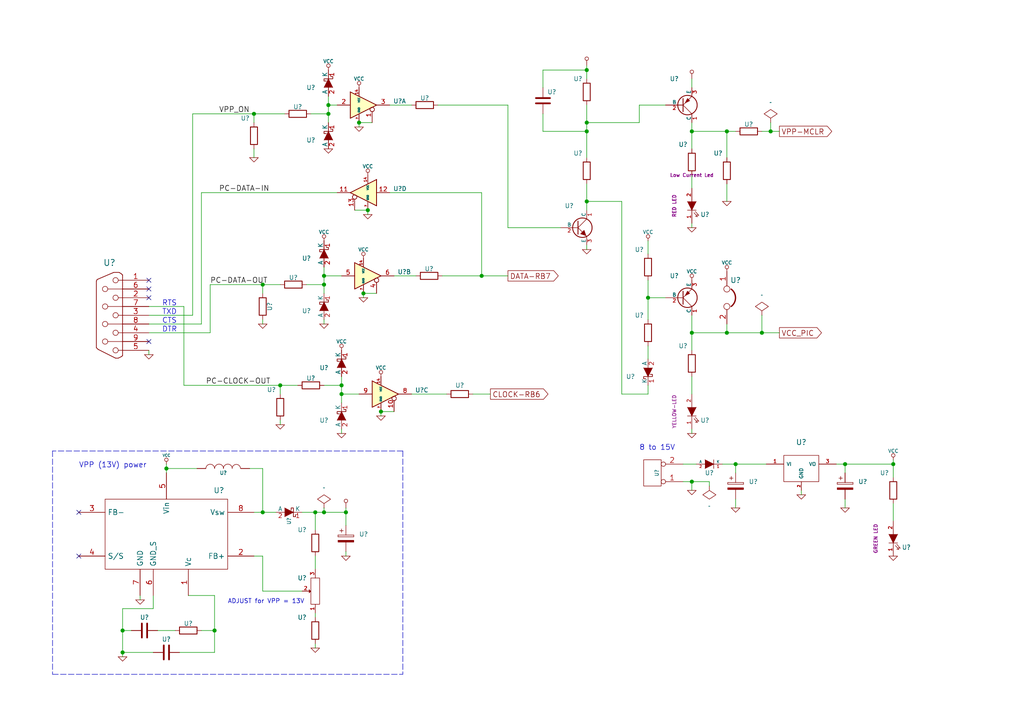
<source format=kicad_sch>
(kicad_sch (version 20220822) (generator eeschema)
  (paper "A4")
  (title_block (title "JDM - COM84 PIC Programmer with 13V DC/DC converter") (date "Sun 22 Mar 2015") (rev "2") (company "KiCad"))
  (lib_symbols
    (symbol "flat_hierarchy_schlib:74LS125" (pin_names (offset 0.254))
      (property "Reference" "U" (at 5.08 3.81 0))
      (property "Value" "74LS125" (at 7.62 -2.54 0))
      (symbol "74LS125_0_0"
        (pin power_in line (at -1.27 5.08 270) (length 2.54) (name "VCC") (number "14"))
        (pin power_in line (at -1.27 -5.08 90) (length 2.54) (name "GND") (number "7"))
      )
      (symbol "74LS125_1_0"
        (polyline (pts (xy -3.81 3.81) (xy -3.81 -3.81) (xy 3.81 0) (xy -3.81 3.81)) (stroke (width 0.254)) (fill (type background)))
        (pin input inverted (at 2.54 -5.08 90) (length 4.445) (name "~") (number "1"))
        (pin input line (at -7.62 0 0) (length 3.81) (name "~") (number "2"))
        (pin tri_state line (at 7.62 0 180) (length 3.81) (name "~") (number "3"))
      )
      (symbol "74LS125_2_0"
        (polyline (pts (xy -3.81 3.81) (xy -3.81 -3.81) (xy 3.81 0) (xy -3.81 3.81)) (stroke (width 0.254)) (fill (type background)))
        (pin input inverted (at 2.54 -5.08 90) (length 4.445) (name "~") (number "4"))
        (pin input line (at -7.62 0 0) (length 3.81) (name "~") (number "5"))
        (pin tri_state line (at 7.62 0 180) (length 3.81) (name "~") (number "6"))
      )
      (symbol "74LS125_3_0"
        (polyline (pts (xy -3.81 3.81) (xy -3.81 -3.81) (xy 3.81 0) (xy -3.81 3.81)) (stroke (width 0.254)) (fill (type background)))
        (pin input inverted (at 2.54 -5.08 90) (length 4.445) (name "~") (number "10"))
        (pin tri_state line (at 7.62 0 180) (length 3.81) (name "~") (number "8"))
        (pin input line (at -7.62 0 0) (length 3.81) (name "~") (number "9"))
      )
      (symbol "74LS125_4_0"
        (polyline (pts (xy -3.81 3.81) (xy -3.81 -3.81) (xy 3.81 0) (xy -3.81 3.81)) (stroke (width 0.254)) (fill (type background)))
        (pin tri_state line (at 7.62 0 180) (length 3.81) (name "~") (number "11"))
        (pin input line (at -7.62 0 0) (length 3.81) (name "~") (number "12"))
        (pin input inverted (at 2.54 -5.08 90) (length 4.445) (name "~") (number "13"))
      )
    )
    (symbol "flat_hierarchy_schlib:7805" (pin_names (offset 0.762))
      (property "Reference" "U" (at 3.81 -4.9784 0))
      (property "Value" "7805" (at 0 5.08 0))
      (symbol "7805_0_1"
        (rectangle (start -5.08 -3.81) (end 5.08 3.81))
      )
      (symbol "7805_1_1"
        (pin input line (at -10.16 1.27 0) (length 5.08) (name "VI") (number "1"))
        (pin input line (at 0 -6.35 90) (length 2.54) (name "GND") (number "2"))
        (pin power_out line (at 10.16 1.27 180) (length 5.08) (name "VO") (number "3"))
      )
    )
    (symbol "flat_hierarchy_schlib:BC237" (pin_names (offset 0))
      (property "Reference" "Q" (at 0 -3.81 0))
      (property "Value" "BC237" (at 0 3.81 0))
      (property "Footprint" "Package_TO_SOT_THT:TO-92" (at -2.54 -5.08 0))
      (symbol "BC237_0_1"
        (polyline (pts (xy 0 0) (xy 2.54 2.54)))
        (polyline (pts (xy 0 1.905) (xy 0 -1.905) (xy 0 -1.905)) (stroke (width 0.254)))
        (polyline (pts (xy 1.27 -1.27) (xy 0 0) (xy 0 0)))
        (polyline (pts (xy 2.286 -2.286) (xy 2.54 -2.54) (xy 2.54 -2.54)))
        (polyline (pts (xy 2.286 -2.286) (xy 1.778 -0.762) (xy 0.762 -1.778) (xy 2.286 -2.286) (xy 2.286 -2.286)) (fill (type outline)))
        (circle (center 1.27 0) (radius 2.8194) (stroke (width 0.254)))
      )
      (symbol "BC237_1_1"
        (pin passive line (at 2.54 5.08 270) (length 2.54) (name "C") (number "1"))
        (pin input line (at -5.08 0 0) (length 5.08) (name "B") (number "2"))
        (pin passive line (at 2.54 -5.08 90) (length 2.54) (name "E") (number "3"))
      )
    )
    (symbol "flat_hierarchy_schlib:BC307" (pin_names (offset 0))
      (property "Reference" "Q" (at 0 -3.81 0))
      (property "Value" "BC307" (at 0 3.81 0))
      (property "Footprint" "Package_TO_SOT_THT:TO-92" (at -2.54 -5.08 0))
      (symbol "BC307_0_1"
        (polyline (pts (xy 0 0) (xy 2.54 2.54)))
        (polyline (pts (xy 0 1.905) (xy 0 -1.905) (xy 0 -1.905)) (stroke (width 0.254)) (fill (type outline)))
        (polyline (pts (xy 0.635 -0.635) (xy 0 0) (xy 0 0)))
        (polyline (pts (xy 2.54 -2.54) (xy 1.651 -1.651) (xy 1.651 -1.651)))
        (polyline (pts (xy 0.635 -0.635) (xy 1.27 -1.905) (xy 1.905 -1.27) (xy 0.635 -0.635) (xy 0.635 -0.635)) (fill (type outline)))
        (circle (center 1.27 0) (radius 2.8194) (stroke (width 0.254)))
      )
      (symbol "BC307_1_1"
        (pin passive line (at 2.54 5.08 270) (length 2.54) (name "C") (number "1"))
        (pin input line (at -5.08 0 0) (length 5.08) (name "B") (number "2"))
        (pin passive line (at 2.54 -5.08 90) (length 2.54) (name "E") (number "3"))
      )
    )
    (symbol "flat_hierarchy_schlib:C" (pin_numbers hide) (pin_names (offset 0.254))
      (property "Reference" "C" (at 0.635 2.54 0))
      (property "Value" "C" (at 0.635 -2.54 0))
      (symbol "C_0_1"
        (polyline (pts (xy -2.032 -0.762) (xy 2.032 -0.762)) (stroke (width 0.508)))
        (polyline (pts (xy -2.032 0.762) (xy 2.032 0.762)) (stroke (width 0.508)))
      )
      (symbol "C_1_1"
        (pin passive line (at 0 3.81 270) (length 2.794) (name "~") (number "1"))
        (pin passive line (at 0 -3.81 90) (length 2.794) (name "~") (number "2"))
      )
    )
    (symbol "flat_hierarchy_schlib:CONN_2" (pin_names (offset 1.016) hide)
      (property "Reference" "P" (at -1.27 0 90))
      (property "Value" "CONN_2" (at 1.27 0 90))
      (symbol "CONN_2_0_1"
        (rectangle (start -2.54 3.81) (end 2.54 -3.81))
      )
      (symbol "CONN_2_1_1"
        (pin passive inverted (at -8.89 2.54 0) (length 6.35) (name "P1") (number "1"))
        (pin passive inverted (at -8.89 -2.54 0) (length 6.35) (name "PM") (number "2"))
      )
    )
    (symbol "flat_hierarchy_schlib:CP" (pin_numbers hide) (pin_names (offset 0.254))
      (property "Reference" "C" (at 0.635 2.54 0))
      (property "Value" "CP" (at 0.635 -2.54 0))
      (symbol "CP_0_1"
        (rectangle (start -2.286 0.508) (end -2.286 1.016))
        (rectangle (start -2.286 0.508) (end 2.286 0.508))
        (rectangle (start -1.778 2.286) (end -0.762 2.286))
        (rectangle (start -1.27 1.778) (end -1.27 2.794))
        (rectangle (start 2.286 -0.508) (end -2.286 -1.016) (fill (type outline)))
        (rectangle (start 2.286 1.016) (end -2.286 1.016))
        (rectangle (start 2.286 1.016) (end 2.286 0.508))
      )
      (symbol "CP_1_1"
        (pin passive line (at 0 3.81 270) (length 2.794) (name "~") (number "1"))
        (pin passive line (at 0 -3.81 90) (length 2.794) (name "~") (number "2"))
      )
    )
    (symbol "flat_hierarchy_schlib:D" (pin_names (offset 0))
      (property "Reference" "D" (at 0 2.54 0))
      (property "Value" "D" (at 0 -2.54 0))
      (symbol "D_0_1"
        (polyline (pts (xy -1.27 1.27) (xy -1.27 -1.27)) (stroke (width 0.1524)))
        (polyline (pts (xy 1.27 1.27) (xy -1.27 0) (xy 1.27 -1.27)) (fill (type outline)))
      )
      (symbol "D_1_1"
        (pin passive line (at -3.81 0 0) (length 2.54) (name "K") (number "1"))
        (pin passive line (at 3.81 0 180) (length 2.54) (name "A") (number "2"))
      )
    )
    (symbol "flat_hierarchy_schlib:DB9" (pin_names (offset 1.016) hide)
      (property "Reference" "J" (at 0 13.97 0))
      (property "Value" "DB9" (at 0 -13.97 0))
      (symbol "DB9_0_1"
        (circle (center -1.778 -10.16) (radius 0.762))
        (circle (center -1.778 -5.08) (radius 0.762))
        (circle (center -1.778 0) (radius 0.762))
        (circle (center -1.778 5.08) (radius 0.762))
        (circle (center -1.778 10.16) (radius 0.762))
        (polyline (pts (xy -3.81 -11.684) (xy -3.81 11.684)) (stroke (width 0.2032)))
        (polyline (pts (xy -3.81 -11.6586) (xy -3.556 -11.938)) (stroke (width 0.2032)))
        (polyline (pts (xy -3.81 -10.16) (xy -2.54 -10.16)))
        (polyline (pts (xy -3.81 -7.62) (xy 0.508 -7.62)))
        (polyline (pts (xy -3.81 -5.08) (xy -2.54 -5.08)))
        (polyline (pts (xy -3.81 -2.54) (xy 0.508 -2.54)))
        (polyline (pts (xy -3.81 0) (xy -2.54 0)))
        (polyline (pts (xy -3.81 2.54) (xy 0.508 2.54)))
        (polyline (pts (xy -3.81 5.08) (xy -2.54 5.08)))
        (polyline (pts (xy -3.81 7.62) (xy 0.508 7.62)))
        (polyline (pts (xy -3.81 10.16) (xy -2.54 10.16)))
        (polyline (pts (xy -3.556 -11.938) (xy -2.794 -12.446)) (stroke (width 0.2032)))
        (polyline (pts (xy -3.556 11.938) (xy -3.81 11.684)) (stroke (width 0.2032)))
        (polyline (pts (xy -3.556 11.938) (xy -2.54 12.446)) (stroke (width 0.2032)))
        (polyline (pts (xy -2.794 -12.446) (xy -1.27 -12.446)) (stroke (width 0.2032)))
        (polyline (pts (xy -2.54 12.446) (xy -1.778 12.446)) (stroke (width 0.2032)))
        (polyline (pts (xy 3.2766 9.906) (xy -1.778 12.446)) (stroke (width 0.2032)))
        (polyline (pts (xy 3.2766 9.906) (xy 3.81 9.398)) (stroke (width 0.2032)))
        (polyline (pts (xy 3.556 -10.3886) (xy -1.27 -12.446)) (stroke (width 0.2032)))
        (polyline (pts (xy 3.81 -9.906) (xy 3.556 -10.3886)) (stroke (width 0.2032)))
        (polyline (pts (xy 3.81 9.398) (xy 3.81 -9.906)) (stroke (width 0.2032)))
        (circle (center 1.27 -7.62) (radius 0.762))
        (circle (center 1.27 -2.54) (radius 0.762))
        (circle (center 1.27 2.54) (radius 0.762))
        (circle (center 1.27 7.62) (radius 0.762))
      )
      (symbol "DB9_1_1"
        (pin passive line (at -11.43 -10.16 0) (length 7.62) (name "1") (number "1"))
        (pin passive line (at -11.43 -5.08 0) (length 7.62) (name "2") (number "2"))
        (pin passive line (at -11.43 0 0) (length 7.62) (name "3") (number "3"))
        (pin passive line (at -11.43 5.08 0) (length 7.62) (name "4") (number "4"))
        (pin passive line (at -11.43 10.16 0) (length 7.62) (name "5") (number "5"))
        (pin passive line (at -11.43 -7.62 0) (length 7.62) (name "P6") (number "6"))
        (pin passive line (at -11.43 -2.54 0) (length 7.62) (name "P7") (number "7"))
        (pin passive line (at -11.43 2.54 0) (length 7.62) (name "P8") (number "8"))
        (pin passive line (at -11.43 7.62 0) (length 7.62) (name "P9") (number "9"))
      )
    )
    (symbol "flat_hierarchy_schlib:D_Schottky" (pin_names (offset 0))
      (property "Reference" "D" (at 0 2.54 0))
      (property "Value" "D_Schottky" (at 0 -2.54 0))
      (symbol "D_Schottky_0_1"
        (polyline (pts (xy 1.27 1.27) (xy -1.27 0) (xy 1.27 -1.27)) (fill (type outline)))
        (polyline (pts (xy -1.905 0.635) (xy -1.905 1.27) (xy -1.27 1.27) (xy -1.27 -1.27) (xy -0.635 -1.27) (xy -0.635 -0.635)) (stroke (width 0.2032)))
      )
      (symbol "D_Schottky_1_1"
        (pin passive line (at -3.81 0 0) (length 2.54) (name "K") (number "1"))
        (pin passive line (at 3.81 0 180) (length 2.54) (name "A") (number "2"))
      )
    )
    (symbol "flat_hierarchy_schlib:GND" (power) (pin_names (offset 0))
      (symbol "GND_0_1"
        (polyline (pts (xy -1.27 0) (xy 0 -1.27) (xy 1.27 0) (xy -1.27 0)))
      )
      (symbol "GND_1_1"
        (pin power_in line (at 0 0 90) (length 0) hide (name "GND") (number "1"))
      )
    )
    (symbol "flat_hierarchy_schlib:INDUCTOR" (pin_numbers hide) (pin_names (offset 1.016) hide)
      (property "Reference" "L" (at -1.27 0 90))
      (property "Value" "INDUCTOR" (at 2.54 0 90))
      (symbol "INDUCTOR_0_1"
        (arc (start 0.0254 -5.0546) (mid 1.245 -3.7973) (end 0.0254 -2.54))
        (arc (start 0.0254 -2.5146) (mid 1.2704 -1.2319) (end 0.0254 0.0508))
        (arc (start 0.0254 0.0254) (mid 1.2704 1.3081) (end 0.0254 2.5908))
        (arc (start 0.0254 2.5654) (mid 1.1942 3.7719) (end 0.0254 4.9784))
      )
      (symbol "INDUCTOR_1_1"
        (pin passive line (at 0 7.62 270) (length 2.54) (name "1") (number "1"))
        (pin passive line (at 0 -7.62 90) (length 2.54) (name "2") (number "2"))
      )
    )
    (symbol "flat_hierarchy_schlib:JUMPER" (pin_names (offset 0.762) hide)
      (property "Reference" "JP" (at 0 3.81 0))
      (property "Value" "JUMPER" (at 0 -2.032 0))
      (symbol "JUMPER_0_1"
        (circle (center -2.54 0) (radius 0.889))
        (arc (start 2.5146 1.27) (mid 0.0127 2.5097) (end -2.4892 1.27) (stroke (width 0.381)))
        (circle (center 2.54 0) (radius 0.889))
        (pin passive line (at -7.62 0 0) (length 4.191) (name "1") (number "1"))
        (pin passive line (at 7.62 0 180) (length 4.191) (name "2") (number "2"))
      )
    )
    (symbol "flat_hierarchy_schlib:LED" (pin_names (offset 1.016) hide)
      (property "Reference" "D" (at 0 2.54 0))
      (property "Value" "LED" (at 0 -2.54 0))
      (symbol "LED_0_1"
        (polyline (pts (xy -1.27 1.27) (xy -1.27 -1.27)))
        (polyline (pts (xy -2.032 -0.635) (xy -3.175 -1.651) (xy -3.048 -1.016)))
        (polyline (pts (xy -1.651 -1.016) (xy -2.794 -2.032) (xy -2.667 -1.397)))
        (polyline (pts (xy 1.27 1.27) (xy -1.27 0) (xy 1.27 -1.27)) (fill (type outline)))
      )
      (symbol "LED_1_1"
        (pin passive line (at -5.08 0 0) (length 3.81) (name "K") (number "1"))
        (pin passive line (at 5.08 0 180) (length 3.81) (name "A") (number "2"))
      )
    )
    (symbol "flat_hierarchy_schlib:LT1373" (pin_names (offset 0.762))
      (property "Reference" "U" (at 15.24 12.7 0))
      (property "Value" "LT1373" (at -12.7 12.7 0))
      (symbol "LT1373_0_1"
        (rectangle (start -17.78 -10.16) (end 17.78 10.16))
      )
      (symbol "LT1373_1_1"
        (pin input line (at 6.35 -17.78 90) (length 7.62) (name "Vc") (number "1"))
        (pin input line (at 25.4 -6.35 180) (length 7.62) (name "FB+") (number "2"))
        (pin passive line (at -25.4 6.35 0) (length 7.62) (name "FB-") (number "3"))
        (pin passive line (at -25.4 -6.35 0) (length 7.62) (name "S/S") (number "4"))
        (pin power_in line (at 0 17.78 270) (length 7.62) (name "Vin") (number "5"))
        (pin input line (at -3.81 -17.78 90) (length 7.62) (name "GND_S") (number "6"))
        (pin input line (at -7.62 -17.78 90) (length 7.62) (name "GND") (number "7"))
        (pin input line (at 25.4 6.35 180) (length 7.62) (name "Vsw") (number "8"))
      )
    )
    (symbol "flat_hierarchy_schlib:POT" (pin_names (offset 1.016) hide)
      (property "Reference" "RV" (at 0 -2.54 0))
      (property "Value" "POT" (at 0 0 0))
      (symbol "POT_0_1"
        (rectangle (start -3.81 1.27) (end 3.81 -1.27))
        (polyline (pts (xy 0 1.27) (xy -0.508 1.778) (xy 0.508 1.778)) (fill (type outline)))
      )
      (symbol "POT_1_1"
        (pin passive line (at -6.35 0 0) (length 2.54) (name "1") (number "1"))
        (pin passive line (at 0 3.81 270) (length 2.032) (name "2") (number "2"))
        (pin passive line (at 6.35 0 180) (length 2.54) (name "3") (number "3"))
      )
    )
    (symbol "flat_hierarchy_schlib:PWR_FLAG" (power) (pin_numbers hide) (pin_names (offset 0) hide)
      (property "Value" "PWR_FLAG" (at 0 4.572 0))
      (symbol "PWR_FLAG_0_0"
        (pin power_out line (at 0 0 90) (length 0) (name "pwr") (number "1"))
      )
      (symbol "PWR_FLAG_0_1"
        (polyline (pts (xy 0 0) (xy 0 1.27) (xy -1.905 2.54) (xy 0 3.81) (xy 1.905 2.54) (xy 0 1.27)))
      )
    )
    (symbol "flat_hierarchy_schlib:R" (pin_numbers hide) (pin_names (offset 0))
      (property "Reference" "R" (at 2.032 0 90))
      (property "Value" "R" (at 0 0 90))
      (symbol "R_0_1"
        (rectangle (start -1.016 -2.54) (end 1.016 2.54) (stroke (width 0.254)))
      )
      (symbol "R_1_1"
        (pin passive line (at 0 3.81 270) (length 1.27) (name "~") (number "1"))
        (pin passive line (at 0 -3.81 90) (length 1.27) (name "~") (number "2"))
      )
    )
    (symbol "flat_hierarchy_schlib:VCC" (power) (pin_names (offset 0))
      (property "Value" "VCC" (at 0 2.54 0))
      (symbol "VCC_0_0"
        (pin power_in line (at 0 0 90) (length 0) hide (name "VCC") (number "1"))
      )
      (symbol "VCC_0_1"
        (polyline (pts (xy 0 0) (xy 0 0.762) (xy 0 0.762)))
        (circle (center 0 1.27) (radius 0.508))
      )
    )
    (symbol "flat_hierarchy_schlib:VPP" (pin_names (offset 0))
      (property "Value" "VPP" (at 0 3.81 0))
      (symbol "VPP_0_0"
        (pin power_in line (at 0 0 90) (length 0) hide (name "VPP") (number "1"))
      )
      (symbol "VPP_0_1"
        (polyline (pts (xy 0 1.524) (xy 0 0)))
        (circle (center 0 2.032) (radius 0.508))
      )
    )
  )
  (junction (at 76.2 82.55) (diameter 1.016))
  (junction (at 200.66 139.7) (diameter 1.016))
  (junction (at 95.25 30.48) (diameter 1.016))
  (junction (at 110.49 119.38) (diameter 1.016))
  (junction (at 210.82 38.1) (diameter 1.016))
  (junction (at 210.82 96.52) (diameter 1.016))
  (junction (at 170.18 20.32) (diameter 1.016))
  (junction (at 139.7 80.01) (diameter 1.016))
  (junction (at 259.08 134.62) (diameter 1.016))
  (junction (at 170.18 58.42) (diameter 1.016))
  (junction (at 93.98 80.01) (diameter 1.016))
  (junction (at 170.18 35.56) (diameter 1.016))
  (junction (at 200.66 38.1) (diameter 1.016))
  (junction (at 62.23 182.88) (diameter 1.016))
  (junction (at 93.98 148.59) (diameter 1.016))
  (junction (at 99.06 114.3) (diameter 1.016))
  (junction (at 223.52 38.1) (diameter 1.016))
  (junction (at 35.56 189.23) (diameter 1.016))
  (junction (at 245.11 134.62) (diameter 1.016))
  (junction (at 48.26 135.89) (diameter 1.016))
  (junction (at 76.2 148.59) (diameter 1.016))
  (junction (at 220.98 96.52) (diameter 1.016))
  (junction (at 105.41 85.09) (diameter 1.016))
  (junction (at 73.66 33.02) (diameter 1.016))
  (junction (at 81.28 111.76) (diameter 1.016))
  (junction (at 93.98 82.55) (diameter 1.016))
  (junction (at 187.96 86.36) (diameter 1.016))
  (junction (at 213.36 134.62) (diameter 1.016))
  (junction (at 35.56 182.88) (diameter 1.016))
  (junction (at 170.18 38.1) (diameter 1.016))
  (junction (at 104.14 35.56) (diameter 1.016))
  (junction (at 95.25 33.02) (diameter 1.016))
  (junction (at 200.66 96.52) (diameter 1.016))
  (junction (at 99.06 111.76) (diameter 1.016))
  (junction (at 100.33 148.59) (diameter 1.016))
  (junction (at 106.68 60.96) (diameter 1.016))
  (junction (at 91.44 148.59) (diameter 1.016))
  (no_connect (at 43.18 81.28))
  (no_connect (at 22.86 161.29))
  (no_connect (at 22.86 148.59))
  (no_connect (at 43.18 83.82))
  (no_connect (at 43.18 86.36))
  (no_connect (at 43.18 99.06))
  (wire (pts (xy 113.03 30.48) (xy 119.38 30.48)))
  (wire (pts (xy 220.98 38.1) (xy 223.52 38.1)))
  (wire (pts (xy 200.66 109.22) (xy 200.66 114.3)))
  (wire (pts (xy 93.98 111.76) (xy 99.06 111.76)))
  (wire (pts (xy 53.34 88.9) (xy 43.18 88.9)))
  (wire (pts (xy 102.87 60.96) (xy 106.68 60.96)))
  (wire (pts (xy 35.56 189.23) (xy 35.56 190.5)))
  (wire (pts (xy 87.63 148.59) (xy 91.44 148.59)))
  (wire (pts (xy 139.7 80.01) (xy 147.32 80.01)))
  (wire (pts (xy 73.66 148.59) (xy 76.2 148.59)))
  (wire (pts (xy 76.2 82.55) (xy 81.28 82.55)))
  (wire (pts (xy 210.82 38.1) (xy 213.36 38.1)))
  (wire (pts (xy 81.28 114.3) (xy 81.28 111.76)))
  (wire (pts (xy 73.66 45.72) (xy 73.66 43.18)))
  (wire (pts (xy 55.88 33.02) (xy 73.66 33.02)))
  (wire (pts (xy 245.11 134.62) (xy 245.11 137.16)))
  (polyline (pts (xy 15.24 195.58) (xy 116.84 195.58)) (stroke (width 0) (type dash)))
  (wire (pts (xy 110.49 120.65) (xy 110.49 119.38)))
  (wire (pts (xy 93.98 77.47) (xy 93.98 80.01)))
  (wire (pts (xy 200.66 96.52) (xy 200.66 101.6)))
  (wire (pts (xy 105.41 85.09) (xy 105.41 86.36)))
  (wire (pts (xy 187.96 86.36) (xy 187.96 92.71)))
  (wire (pts (xy 180.34 114.3) (xy 180.34 58.42)))
  (wire (pts (xy 200.66 124.46) (xy 200.66 125.73)))
  (wire (pts (xy 93.98 82.55) (xy 93.98 85.09)))
  (wire (pts (xy 210.82 96.52) (xy 220.98 96.52)))
  (wire (pts (xy 187.96 81.28) (xy 187.96 86.36)))
  (wire (pts (xy 100.33 161.29) (xy 100.33 160.02)))
  (wire (pts (xy 99.06 111.76) (xy 99.06 114.3)))
  (wire (pts (xy 245.11 144.78) (xy 245.11 147.32)))
  (wire (pts (xy 58.42 55.88) (xy 97.79 55.88)))
  (wire (pts (xy 76.2 148.59) (xy 80.01 148.59)))
  (wire (pts (xy 232.41 143.51) (xy 232.41 142.24)))
  (wire (pts (xy 200.66 38.1) (xy 200.66 43.18)))
  (wire (pts (xy 200.66 50.8) (xy 200.66 54.61)))
  (wire (pts (xy 62.23 172.72) (xy 62.23 182.88)))
  (wire (pts (xy 58.42 182.88) (xy 62.23 182.88)))
  (wire (pts (xy 91.44 161.29) (xy 91.44 165.1)))
  (wire (pts (xy 170.18 30.48) (xy 170.18 35.56)))
  (wire (pts (xy 60.96 82.55) (xy 60.96 96.52)))
  (wire (pts (xy 60.96 96.52) (xy 43.18 96.52)))
  (wire (pts (xy 73.66 35.56) (xy 73.66 33.02)))
  (wire (pts (xy 110.49 119.38) (xy 114.3 119.38)))
  (wire (pts (xy 95.25 30.48) (xy 95.25 33.02)))
  (wire (pts (xy 170.18 53.34) (xy 170.18 58.42)))
  (wire (pts (xy 76.2 92.71) (xy 76.2 93.98)))
  (wire (pts (xy 185.42 30.48) (xy 185.42 35.56)))
  (wire (pts (xy 259.08 134.62) (xy 259.08 138.43)))
  (wire (pts (xy 100.33 147.32) (xy 100.33 148.59)))
  (wire (pts (xy 223.52 35.56) (xy 223.52 38.1)))
  (wire (pts (xy 91.44 148.59) (xy 91.44 153.67)))
  (wire (pts (xy 93.98 147.32) (xy 93.98 148.59)))
  (wire (pts (xy 223.52 38.1) (xy 226.06 38.1)))
  (wire (pts (xy 53.34 111.76) (xy 53.34 88.9)))
  (wire (pts (xy 62.23 182.88) (xy 62.23 189.23)))
  (wire (pts (xy 95.25 27.94) (xy 95.25 30.48)))
  (wire (pts (xy 99.06 125.73) (xy 99.06 124.46)))
  (wire (pts (xy 90.17 33.02) (xy 95.25 33.02)))
  (wire (pts (xy 35.56 182.88) (xy 38.1 182.88)))
  (wire (pts (xy 35.56 176.53) (xy 35.56 182.88)))
  (wire (pts (xy 187.96 114.3) (xy 180.34 114.3)))
  (wire (pts (xy 245.11 134.62) (xy 259.08 134.62)))
  (wire (pts (xy 99.06 109.22) (xy 99.06 111.76)))
  (wire (pts (xy 76.2 135.89) (xy 76.2 148.59)))
  (wire (pts (xy 209.55 134.62) (xy 213.36 134.62)))
  (wire (pts (xy 242.57 134.62) (xy 245.11 134.62)))
  (wire (pts (xy 95.25 30.48) (xy 97.79 30.48)))
  (wire (pts (xy 104.14 35.56) (xy 107.95 35.56)))
  (wire (pts (xy 157.48 33.02) (xy 157.48 38.1)))
  (wire (pts (xy 44.45 176.53) (xy 35.56 176.53)))
  (wire (pts (xy 44.45 172.72) (xy 44.45 176.53)))
  (wire (pts (xy 210.82 96.52) (xy 210.82 93.98)))
  (wire (pts (xy 127 30.48) (xy 147.32 30.48)))
  (wire (pts (xy 88.9 82.55) (xy 93.98 82.55)))
  (wire (pts (xy 100.33 148.59) (xy 100.33 152.4)))
  (wire (pts (xy 193.04 30.48) (xy 185.42 30.48)))
  (wire (pts (xy 170.18 38.1) (xy 170.18 45.72)))
  (wire (pts (xy 220.98 96.52) (xy 220.98 91.44)))
  (wire (pts (xy 198.12 139.7) (xy 200.66 139.7)))
  (wire (pts (xy 205.74 139.7) (xy 205.74 140.97)))
  (wire (pts (xy 170.18 20.32) (xy 170.18 22.86)))
  (wire (pts (xy 210.82 53.34) (xy 210.82 58.42)))
  (wire (pts (xy 200.66 96.52) (xy 210.82 96.52)))
  (wire (pts (xy 170.18 58.42) (xy 170.18 60.96)))
  (wire (pts (xy 95.25 33.02) (xy 95.25 35.56)))
  (wire (pts (xy 113.03 55.88) (xy 139.7 55.88)))
  (wire (pts (xy 200.66 38.1) (xy 210.82 38.1)))
  (wire (pts (xy 73.66 161.29) (xy 76.2 161.29)))
  (polyline (pts (xy 15.24 130.81) (xy 15.24 195.58)) (stroke (width 0) (type dash)))
  (wire (pts (xy 48.26 134.62) (xy 48.26 135.89)))
  (wire (pts (xy 200.66 91.44) (xy 200.66 96.52)))
  (wire (pts (xy 91.44 177.8) (xy 91.44 179.07)))
  (wire (pts (xy 200.66 35.56) (xy 200.66 38.1)))
  (wire (pts (xy 147.32 30.48) (xy 147.32 66.04)))
  (wire (pts (xy 170.18 19.05) (xy 170.18 20.32)))
  (wire (pts (xy 185.42 35.56) (xy 170.18 35.56)))
  (wire (pts (xy 198.12 134.62) (xy 201.93 134.62)))
  (wire (pts (xy 55.88 33.02) (xy 55.88 91.44)))
  (wire (pts (xy 91.44 187.96) (xy 91.44 186.69)))
  (polyline (pts (xy 116.84 130.81) (xy 15.24 130.81)) (stroke (width 0) (type dash)))
  (wire (pts (xy 53.34 111.76) (xy 81.28 111.76)))
  (wire (pts (xy 104.14 114.3) (xy 99.06 114.3)))
  (wire (pts (xy 114.3 80.01) (xy 120.65 80.01)))
  (wire (pts (xy 157.48 25.4) (xy 157.48 20.32)))
  (wire (pts (xy 52.07 189.23) (xy 62.23 189.23)))
  (wire (pts (xy 91.44 148.59) (xy 93.98 148.59)))
  (wire (pts (xy 200.66 25.4) (xy 200.66 22.86)))
  (wire (pts (xy 139.7 55.88) (xy 139.7 80.01)))
  (wire (pts (xy 119.38 114.3) (xy 129.54 114.3)))
  (wire (pts (xy 106.68 62.23) (xy 106.68 60.96)))
  (wire (pts (xy 58.42 93.98) (xy 58.42 55.88)))
  (wire (pts (xy 187.96 69.85) (xy 187.96 73.66)))
  (wire (pts (xy 259.08 146.05) (xy 259.08 151.13)))
  (wire (pts (xy 73.66 33.02) (xy 82.55 33.02)))
  (wire (pts (xy 93.98 148.59) (xy 100.33 148.59)))
  (wire (pts (xy 142.24 114.3) (xy 137.16 114.3)))
  (wire (pts (xy 105.41 85.09) (xy 109.22 85.09)))
  (wire (pts (xy 259.08 133.35) (xy 259.08 134.62)))
  (wire (pts (xy 157.48 20.32) (xy 170.18 20.32)))
  (wire (pts (xy 60.96 82.55) (xy 76.2 82.55)))
  (wire (pts (xy 193.04 86.36) (xy 187.96 86.36)))
  (wire (pts (xy 128.27 80.01) (xy 139.7 80.01)))
  (wire (pts (xy 45.72 182.88) (xy 50.8 182.88)))
  (wire (pts (xy 147.32 66.04) (xy 162.56 66.04)))
  (wire (pts (xy 170.18 58.42) (xy 180.34 58.42)))
  (wire (pts (xy 200.66 64.77) (xy 200.66 66.04)))
  (wire (pts (xy 213.36 144.78) (xy 213.36 147.32)))
  (wire (pts (xy 48.26 135.89) (xy 57.15 135.89)))
  (wire (pts (xy 93.98 80.01) (xy 93.98 82.55)))
  (wire (pts (xy 213.36 134.62) (xy 213.36 137.16)))
  (wire (pts (xy 187.96 111.76) (xy 187.96 114.3)))
  (wire (pts (xy 76.2 82.55) (xy 76.2 85.09)))
  (wire (pts (xy 187.96 100.33) (xy 187.96 104.14)))
  (wire (pts (xy 93.98 93.98) (xy 93.98 92.71)))
  (polyline (pts (xy 116.84 130.81) (xy 116.84 195.58)) (stroke (width 0) (type dash)))
  (wire (pts (xy 99.06 80.01) (xy 93.98 80.01)))
  (wire (pts (xy 81.28 123.19) (xy 81.28 121.92)))
  (wire (pts (xy 76.2 171.45) (xy 87.63 171.45)))
  (wire (pts (xy 55.88 91.44) (xy 43.18 91.44)))
  (wire (pts (xy 54.61 172.72) (xy 62.23 172.72)))
  (wire (pts (xy 170.18 35.56) (xy 170.18 38.1)))
  (wire (pts (xy 200.66 139.7) (xy 205.74 139.7)))
  (wire (pts (xy 72.39 135.89) (xy 76.2 135.89)))
  (wire (pts (xy 43.18 102.87) (xy 43.18 101.6)))
  (wire (pts (xy 200.66 142.24) (xy 200.66 139.7)))
  (wire (pts (xy 76.2 161.29) (xy 76.2 171.45)))
  (wire (pts (xy 104.14 36.83) (xy 104.14 35.56)))
  (wire (pts (xy 35.56 182.88) (xy 35.56 189.23)))
  (wire (pts (xy 81.28 111.76) (xy 86.36 111.76)))
  (wire (pts (xy 43.18 93.98) (xy 58.42 93.98)))
  (wire (pts (xy 99.06 114.3) (xy 99.06 116.84)))
  (wire (pts (xy 40.64 173.99) (xy 40.64 172.72)))
  (wire (pts (xy 220.98 96.52) (xy 226.06 96.52)))
  (wire (pts (xy 170.18 72.39) (xy 170.18 71.12)))
  (wire (pts (xy 157.48 38.1) (xy 170.18 38.1)))
  (wire (pts (xy 213.36 134.62) (xy 222.25 134.62)))
  (wire (pts (xy 35.56 189.23) (xy 44.45 189.23)))
  (wire (pts (xy 48.26 135.89) (xy 48.26 137.16)))
  (wire (pts (xy 210.82 38.1) (xy 210.82 45.72)))
  (text "TXD" (at 46.99 91.44 0) (effects (font (size 1.524 1.524)) (justify left bottom)))
  (text "CTS" (at 46.99 93.98 0) (effects (font (size 1.524 1.524)) (justify left bottom)))
  (text "DTR" (at 46.99 96.52 0) (effects (font (size 1.524 1.524)) (justify left bottom)))
  (text "VPP (13V) power" (at 22.86 135.89 0) (effects (font (size 1.524 1.524)) (justify left bottom)))
  (text "ADJUST for VPP = 13V" (at 66.04 175.26 0) (effects (font (size 1.27 1.27)) (justify left bottom)))
  (text "RTS" (at 46.99 88.9 0) (effects (font (size 1.524 1.524)) (justify left bottom)))
  (text "8 to 15V" (at 185.42 130.81 0) (effects (font (size 1.524 1.524)) (justify left bottom)))
  (label "PC-CLOCK-OUT" (at 59.69 111.76 0) (effects (font (size 1.524 1.524))))
  (label "PC-DATA-OUT" (at 60.96 82.55 0) (effects (font (size 1.524 1.524))))
  (label "VPP_ON" (at 63.5 33.02 0) (effects (font (size 1.524 1.524))))
  (label "PC-DATA-IN" (at 63.5 55.88 0) (effects (font (size 1.524 1.524))))
  (global_label "VCC_PIC" (shape output) (at 226.06 96.52 0) (effects (font (size 1.524 1.524))) (property "Intersheet References" "${INTERSHEET_REFS}" (effects hide)))
  (global_label "CLOCK-RB6" (shape output) (at 142.24 114.3 0) (effects (font (size 1.524 1.524))) (property "Intersheet References" "${INTERSHEET_REFS}" (effects hide)))
  (global_label "VPP-MCLR" (shape output) (at 226.06 38.1 0) (effects (font (size 1.524 1.524))) (property "Intersheet References" "${INTERSHEET_REFS}" (effects hide)))
  (global_label "DATA-RB7" (shape output) (at 147.32 80.01 0) (effects (font (size 1.524 1.524))) (property "Intersheet References" "${INTERSHEET_REFS}" (effects hide)))
  (symbol (lib_id "flat_hierarchy_schlib:DB9") (at 31.75 91.44 180) (unit 1)
    (default_instance (reference "") (unit 1) (value "") (footprint ""))
  )
  (symbol (lib_id "flat_hierarchy_schlib:74LS125") (at 105.41 30.48 0) (unit 1)
    (default_instance (reference "") (unit 1) (value "") (footprint ""))
  )
  (symbol (lib_id "flat_hierarchy_schlib:R") (at 86.36 33.02 90) (unit 1)
    (default_instance (reference "") (unit 1) (value "") (footprint ""))
  )
  (symbol (lib_id "flat_hierarchy_schlib:R") (at 73.66 39.37 0) (unit 1)
    (default_instance (reference "") (unit 1) (value "") (footprint ""))
  )
  (symbol (lib_id "flat_hierarchy_schlib:D_Schottky") (at 95.25 24.13 270) (unit 1)
    (default_instance (reference "") (unit 1) (value "") (footprint ""))
  )
  (symbol (lib_id "flat_hierarchy_schlib:D_Schottky") (at 95.25 39.37 270) (unit 1)
    (default_instance (reference "") (unit 1) (value "") (footprint ""))
  )
  (symbol (lib_id "flat_hierarchy_schlib:GND") (at 104.14 36.83 0) (unit 1)
    (default_instance (reference "") (unit 1) (value "") (footprint ""))
  )
  (symbol (lib_id "flat_hierarchy_schlib:GND") (at 95.25 43.18 0) (unit 1)
    (default_instance (reference "") (unit 1) (value "") (footprint ""))
  )
  (symbol (lib_id "flat_hierarchy_schlib:VCC") (at 95.25 20.32 0) (unit 1)
    (default_instance (reference "") (unit 1) (value "") (footprint ""))
  )
  (symbol (lib_id "flat_hierarchy_schlib:74LS125") (at 106.68 80.01 0) (unit 2)
    (default_instance (reference "") (unit 1) (value "") (footprint ""))
  )
  (symbol (lib_id "flat_hierarchy_schlib:R") (at 85.09 82.55 90) (unit 1)
    (default_instance (reference "") (unit 1) (value "") (footprint ""))
  )
  (symbol (lib_id "flat_hierarchy_schlib:R") (at 76.2 88.9 0) (unit 1)
    (default_instance (reference "") (unit 1) (value "") (footprint ""))
  )
  (symbol (lib_id "flat_hierarchy_schlib:D_Schottky") (at 93.98 73.66 270) (unit 1)
    (default_instance (reference "") (unit 1) (value "") (footprint ""))
  )
  (symbol (lib_id "flat_hierarchy_schlib:D_Schottky") (at 93.98 88.9 270) (unit 1)
    (default_instance (reference "") (unit 1) (value "") (footprint ""))
  )
  (symbol (lib_id "flat_hierarchy_schlib:GND") (at 105.41 86.36 0) (unit 1)
    (default_instance (reference "") (unit 1) (value "") (footprint ""))
  )
  (symbol (lib_id "flat_hierarchy_schlib:GND") (at 93.98 93.98 0) (unit 1)
    (default_instance (reference "") (unit 1) (value "") (footprint ""))
  )
  (symbol (lib_id "flat_hierarchy_schlib:VCC") (at 93.98 69.85 0) (unit 1)
    (default_instance (reference "") (unit 1) (value "") (footprint ""))
  )
  (symbol (lib_id "flat_hierarchy_schlib:74LS125") (at 111.76 114.3 0) (unit 3)
    (default_instance (reference "") (unit 1) (value "") (footprint ""))
  )
  (symbol (lib_id "flat_hierarchy_schlib:R") (at 90.17 111.76 90) (unit 1)
    (default_instance (reference "") (unit 1) (value "") (footprint ""))
  )
  (symbol (lib_id "flat_hierarchy_schlib:R") (at 81.28 118.11 0) (unit 1)
    (default_instance (reference "") (unit 1) (value "") (footprint ""))
  )
  (symbol (lib_id "flat_hierarchy_schlib:D_Schottky") (at 99.06 105.41 270) (unit 1)
    (default_instance (reference "") (unit 1) (value "") (footprint ""))
  )
  (symbol (lib_id "flat_hierarchy_schlib:D_Schottky") (at 99.06 120.65 270) (unit 1)
    (default_instance (reference "") (unit 1) (value "") (footprint ""))
  )
  (symbol (lib_id "flat_hierarchy_schlib:GND") (at 110.49 120.65 0) (unit 1)
    (default_instance (reference "") (unit 1) (value "") (footprint ""))
  )
  (symbol (lib_id "flat_hierarchy_schlib:GND") (at 99.06 125.73 0) (unit 1)
    (default_instance (reference "") (unit 1) (value "") (footprint ""))
  )
  (symbol (lib_id "flat_hierarchy_schlib:VCC") (at 99.06 101.6 0) (unit 1)
    (default_instance (reference "") (unit 1) (value "") (footprint ""))
  )
  (symbol (lib_id "flat_hierarchy_schlib:74LS125") (at 105.41 55.88 0) (mirror y) (unit 4)
    (default_instance (reference "") (unit 1) (value "") (footprint ""))
  )
  (symbol (lib_id "flat_hierarchy_schlib:GND") (at 106.68 62.23 0) (unit 1)
    (default_instance (reference "") (unit 1) (value "") (footprint ""))
  )
  (symbol (lib_id "flat_hierarchy_schlib:R") (at 124.46 80.01 90) (unit 1)
    (default_instance (reference "") (unit 1) (value "") (footprint ""))
  )
  (symbol (lib_id "flat_hierarchy_schlib:R") (at 133.35 114.3 90) (unit 1)
    (default_instance (reference "") (unit 1) (value "") (footprint ""))
  )
  (symbol (lib_id "flat_hierarchy_schlib:R") (at 123.19 30.48 90) (unit 1)
    (default_instance (reference "") (unit 1) (value "") (footprint ""))
  )
  (symbol (lib_id "flat_hierarchy_schlib:GND") (at 76.2 93.98 0) (unit 1)
    (default_instance (reference "") (unit 1) (value "") (footprint ""))
  )
  (symbol (lib_id "flat_hierarchy_schlib:GND") (at 81.28 123.19 0) (unit 1)
    (default_instance (reference "") (unit 1) (value "") (footprint ""))
  )
  (symbol (lib_id "flat_hierarchy_schlib:GND") (at 73.66 45.72 0) (unit 1)
    (default_instance (reference "") (unit 1) (value "") (footprint ""))
  )
  (symbol (lib_id "flat_hierarchy_schlib:GND") (at 43.18 102.87 0) (unit 1)
    (default_instance (reference "") (unit 1) (value "") (footprint ""))
  )
  (symbol (lib_id "flat_hierarchy_schlib:BC237") (at 167.64 66.04 0) (unit 1)
    (default_instance (reference "") (unit 1) (value "") (footprint ""))
  )
  (symbol (lib_id "flat_hierarchy_schlib:GND") (at 170.18 72.39 0) (unit 1)
    (default_instance (reference "") (unit 1) (value "") (footprint ""))
  )
  (symbol (lib_id "flat_hierarchy_schlib:R") (at 170.18 49.53 180) (unit 1)
    (default_instance (reference "") (unit 1) (value "") (footprint ""))
  )
  (symbol (lib_id "flat_hierarchy_schlib:R") (at 170.18 26.67 0) (unit 1)
    (default_instance (reference "") (unit 1) (value "") (footprint ""))
  )
  (symbol (lib_id "flat_hierarchy_schlib:BC307") (at 198.12 30.48 0) (mirror x) (unit 1)
    (default_instance (reference "") (unit 1) (value "") (footprint ""))
  )
  (symbol (lib_id "flat_hierarchy_schlib:VPP") (at 170.18 19.05 0) (unit 1)
    (default_instance (reference "") (unit 1) (value "") (footprint ""))
  )
  (symbol (lib_id "flat_hierarchy_schlib:VPP") (at 200.66 22.86 0) (unit 1)
    (default_instance (reference "") (unit 1) (value "") (footprint ""))
  )
  (symbol (lib_id "flat_hierarchy_schlib:R") (at 200.66 46.99 0) (unit 1)
    (default_instance (reference "") (unit 1) (value "") (footprint ""))
  )
  (symbol (lib_id "flat_hierarchy_schlib:LED") (at 200.66 59.69 90) (unit 1)
    (default_instance (reference "") (unit 1) (value "") (footprint ""))
    (property "Champ4" "Low Current Led" (at 200.66 50.8 90) (effects (font (size 1.016 1.016))))
    (property "Champ5" "RED LED" (at 195.58 59.69 0) (effects (font (size 1.016 1.016))))
  )
  (symbol (lib_id "flat_hierarchy_schlib:CONN_2") (at 189.23 137.16 180) (unit 1)
    (default_instance (reference "") (unit 1) (value "") (footprint ""))
  )
  (symbol (lib_id "flat_hierarchy_schlib:D") (at 205.74 134.62 180) (unit 1)
    (default_instance (reference "") (unit 1) (value "") (footprint ""))
  )
  (symbol (lib_id "flat_hierarchy_schlib:GND") (at 200.66 142.24 0) (unit 1)
    (default_instance (reference "") (unit 1) (value "") (footprint ""))
  )
  (symbol (lib_id "flat_hierarchy_schlib:CP") (at 213.36 140.97 0) (unit 1)
    (default_instance (reference "") (unit 1) (value "") (footprint ""))
  )
  (symbol (lib_id "flat_hierarchy_schlib:GND") (at 213.36 147.32 0) (unit 1)
    (default_instance (reference "") (unit 1) (value "") (footprint ""))
  )
  (symbol (lib_id "flat_hierarchy_schlib:7805") (at 232.41 135.89 0) (unit 1)
    (default_instance (reference "") (unit 1) (value "") (footprint ""))
  )
  (symbol (lib_id "flat_hierarchy_schlib:GND") (at 232.41 143.51 0) (unit 1)
    (default_instance (reference "") (unit 1) (value "") (footprint ""))
  )
  (symbol (lib_id "flat_hierarchy_schlib:CP") (at 245.11 140.97 0) (unit 1)
    (default_instance (reference "") (unit 1) (value "") (footprint ""))
  )
  (symbol (lib_id "flat_hierarchy_schlib:GND") (at 245.11 147.32 0) (unit 1)
    (default_instance (reference "") (unit 1) (value "") (footprint ""))
  )
  (symbol (lib_id "flat_hierarchy_schlib:R") (at 259.08 142.24 0) (unit 1)
    (default_instance (reference "") (unit 1) (value "") (footprint ""))
  )
  (symbol (lib_id "flat_hierarchy_schlib:LED") (at 259.08 156.21 90) (unit 1)
    (default_instance (reference "") (unit 1) (value "") (footprint ""))
    (property "Champ4" "GREEN LED" (at 254 156.21 0) (effects (font (size 1.016 1.016))))
  )
  (symbol (lib_id "flat_hierarchy_schlib:GND") (at 259.08 161.29 0) (unit 1)
    (default_instance (reference "") (unit 1) (value "") (footprint ""))
  )
  (symbol (lib_id "flat_hierarchy_schlib:VCC") (at 259.08 133.35 0) (unit 1)
    (default_instance (reference "") (unit 1) (value "") (footprint ""))
  )
  (symbol (lib_id "flat_hierarchy_schlib:R") (at 210.82 49.53 0) (unit 1)
    (default_instance (reference "") (unit 1) (value "") (footprint ""))
  )
  (symbol (lib_id "flat_hierarchy_schlib:GND") (at 210.82 58.42 0) (unit 1)
    (default_instance (reference "") (unit 1) (value "") (footprint ""))
  )
  (symbol (lib_id "flat_hierarchy_schlib:INDUCTOR") (at 64.77 135.89 270) (mirror x) (unit 1)
    (default_instance (reference "") (unit 1) (value "") (footprint ""))
  )
  (symbol (lib_id "flat_hierarchy_schlib:VCC") (at 48.26 134.62 0) (unit 1)
    (default_instance (reference "") (unit 1) (value "") (footprint ""))
  )
  (symbol (lib_id "flat_hierarchy_schlib:VPP") (at 100.33 147.32 0) (unit 1)
    (default_instance (reference "") (unit 1) (value "") (footprint ""))
  )
  (symbol (lib_id "flat_hierarchy_schlib:CP") (at 100.33 156.21 0) (unit 1)
    (default_instance (reference "") (unit 1) (value "") (footprint ""))
  )
  (symbol (lib_id "flat_hierarchy_schlib:PWR_FLAG") (at 93.98 147.32 0) (unit 1)
    (default_instance (reference "") (unit 1) (value "") (footprint ""))
  )
  (symbol (lib_id "flat_hierarchy_schlib:C") (at 41.91 182.88 270) (mirror x) (unit 1)
    (default_instance (reference "") (unit 1) (value "") (footprint ""))
  )
  (symbol (lib_id "flat_hierarchy_schlib:R") (at 91.44 182.88 0) (unit 1)
    (default_instance (reference "") (unit 1) (value "") (footprint ""))
  )
  (symbol (lib_id "flat_hierarchy_schlib:R") (at 91.44 157.48 180) (unit 1)
    (default_instance (reference "") (unit 1) (value "") (footprint ""))
  )
  (symbol (lib_id "flat_hierarchy_schlib:LT1373") (at 48.26 154.94 0) (unit 1)
    (default_instance (reference "") (unit 1) (value "") (footprint ""))
  )
  (symbol (lib_id "flat_hierarchy_schlib:C") (at 48.26 189.23 270) (mirror x) (unit 1)
    (default_instance (reference "") (unit 1) (value "") (footprint ""))
  )
  (symbol (lib_id "flat_hierarchy_schlib:R") (at 54.61 182.88 270) (mirror x) (unit 1)
    (default_instance (reference "") (unit 1) (value "") (footprint ""))
  )
  (symbol (lib_id "flat_hierarchy_schlib:D_Schottky") (at 83.82 148.59 180) (unit 1)
    (default_instance (reference "") (unit 1) (value "") (footprint ""))
  )
  (symbol (lib_id "flat_hierarchy_schlib:PWR_FLAG") (at 205.74 140.97 180) (unit 1)
    (default_instance (reference "") (unit 1) (value "") (footprint ""))
  )
  (symbol (lib_id "flat_hierarchy_schlib:GND") (at 200.66 66.04 0) (unit 1)
    (default_instance (reference "") (unit 1) (value "") (footprint ""))
  )
  (symbol (lib_id "flat_hierarchy_schlib:R") (at 217.17 38.1 90) (unit 1)
    (default_instance (reference "") (unit 1) (value "") (footprint ""))
  )
  (symbol (lib_id "flat_hierarchy_schlib:POT") (at 91.44 171.45 90) (unit 1)
    (default_instance (reference "") (unit 1) (value "") (footprint ""))
  )
  (symbol (lib_id "flat_hierarchy_schlib:VCC") (at 187.96 69.85 0) (unit 1)
    (default_instance (reference "") (unit 1) (value "") (footprint ""))
  )
  (symbol (lib_id "flat_hierarchy_schlib:BC307") (at 198.12 86.36 0) (mirror x) (unit 1)
    (default_instance (reference "") (unit 1) (value "") (footprint ""))
  )
  (symbol (lib_id "flat_hierarchy_schlib:R") (at 187.96 96.52 180) (unit 1)
    (default_instance (reference "") (unit 1) (value "") (footprint ""))
  )
  (symbol (lib_id "flat_hierarchy_schlib:R") (at 187.96 77.47 0) (unit 1)
    (default_instance (reference "") (unit 1) (value "") (footprint ""))
  )
  (symbol (lib_id "flat_hierarchy_schlib:R") (at 200.66 105.41 0) (unit 1)
    (default_instance (reference "") (unit 1) (value "") (footprint ""))
  )
  (symbol (lib_id "flat_hierarchy_schlib:LED") (at 200.66 119.38 90) (unit 1)
    (default_instance (reference "") (unit 1) (value "") (footprint ""))
    (property "Champ4" "YELLOW-LED" (at 195.58 119.38 0) (effects (font (size 1.016 1.016))))
  )
  (symbol (lib_id "flat_hierarchy_schlib:GND") (at 200.66 125.73 0) (unit 1)
    (default_instance (reference "") (unit 1) (value "") (footprint ""))
  )
  (symbol (lib_id "flat_hierarchy_schlib:VCC") (at 200.66 81.28 0) (unit 1)
    (default_instance (reference "") (unit 1) (value "") (footprint ""))
  )
  (symbol (lib_id "flat_hierarchy_schlib:D_Schottky") (at 187.96 107.95 90) (unit 1)
    (default_instance (reference "") (unit 1) (value "") (footprint ""))
  )
  (symbol (lib_id "flat_hierarchy_schlib:JUMPER") (at 210.82 86.36 270) (unit 1)
    (default_instance (reference "") (unit 1) (value "") (footprint ""))
  )
  (symbol (lib_id "flat_hierarchy_schlib:VCC") (at 210.82 78.74 0) (unit 1)
    (default_instance (reference "") (unit 1) (value "") (footprint ""))
  )
  (symbol (lib_id "flat_hierarchy_schlib:C") (at 157.48 29.21 0) (unit 1)
    (default_instance (reference "") (unit 1) (value "") (footprint ""))
  )
  (symbol (lib_id "flat_hierarchy_schlib:PWR_FLAG") (at 223.52 35.56 0) (unit 1)
    (default_instance (reference "") (unit 1) (value "") (footprint ""))
  )
  (symbol (lib_id "flat_hierarchy_schlib:PWR_FLAG") (at 220.98 91.44 0) (unit 1)
    (default_instance (reference "") (unit 1) (value "") (footprint ""))
  )
  (symbol (lib_id "flat_hierarchy_schlib:GND") (at 40.64 173.99 0) (unit 1)
    (default_instance (reference "") (unit 1) (value "") (footprint ""))
  )
  (symbol (lib_id "flat_hierarchy_schlib:GND") (at 35.56 190.5 0) (unit 1)
    (default_instance (reference "") (unit 1) (value "") (footprint ""))
  )
  (symbol (lib_id "flat_hierarchy_schlib:GND") (at 91.44 187.96 0) (unit 1)
    (default_instance (reference "") (unit 1) (value "") (footprint ""))
  )
  (symbol (lib_id "flat_hierarchy_schlib:GND") (at 100.33 161.29 0) (unit 1)
    (default_instance (reference "") (unit 1) (value "") (footprint ""))
  )
  (symbol (lib_id "flat_hierarchy_schlib:VCC") (at 106.68 50.8 0) (unit 1)
    (default_instance (reference "") (unit 1) (value "") (footprint ""))
  )
  (symbol (lib_id "flat_hierarchy_schlib:VCC") (at 104.14 25.4 0) (unit 1)
    (default_instance (reference "") (unit 1) (value "") (footprint ""))
  )
  (symbol (lib_id "flat_hierarchy_schlib:VCC") (at 110.49 109.22 0) (unit 1)
    (default_instance (reference "") (unit 1) (value "") (footprint ""))
  )
  (symbol (lib_id "flat_hierarchy_schlib:VCC") (at 105.41 74.93 0) (unit 1)
    (default_instance (reference "") (unit 1) (value "") (footprint ""))
  )
)
</source>
